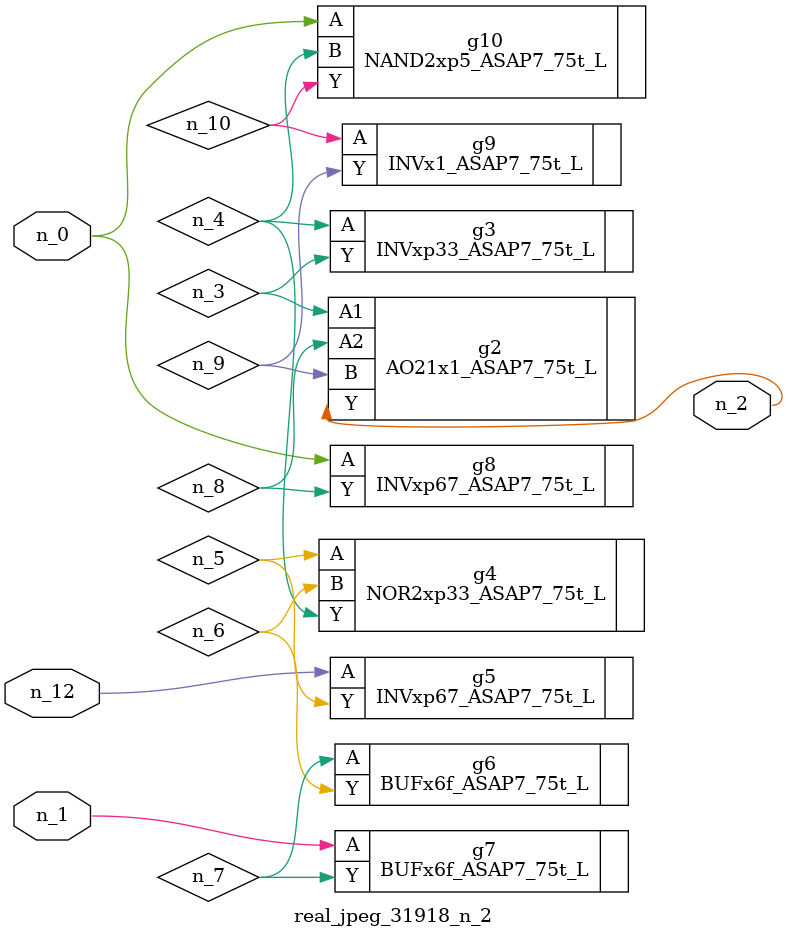
<source format=v>
module real_jpeg_31918_n_2 (n_12, n_1, n_0, n_2);

input n_12;
input n_1;
input n_0;

output n_2;

wire n_5;
wire n_8;
wire n_4;
wire n_6;
wire n_7;
wire n_3;
wire n_10;
wire n_9;

INVxp67_ASAP7_75t_L g8 ( 
.A(n_0),
.Y(n_8)
);

NAND2xp5_ASAP7_75t_L g10 ( 
.A(n_0),
.B(n_4),
.Y(n_10)
);

BUFx6f_ASAP7_75t_L g7 ( 
.A(n_1),
.Y(n_7)
);

AO21x1_ASAP7_75t_L g2 ( 
.A1(n_3),
.A2(n_8),
.B(n_9),
.Y(n_2)
);

INVxp33_ASAP7_75t_L g3 ( 
.A(n_4),
.Y(n_3)
);

NOR2xp33_ASAP7_75t_L g4 ( 
.A(n_5),
.B(n_6),
.Y(n_4)
);

BUFx6f_ASAP7_75t_L g6 ( 
.A(n_7),
.Y(n_6)
);

INVx1_ASAP7_75t_L g9 ( 
.A(n_10),
.Y(n_9)
);

INVxp67_ASAP7_75t_L g5 ( 
.A(n_12),
.Y(n_5)
);


endmodule
</source>
